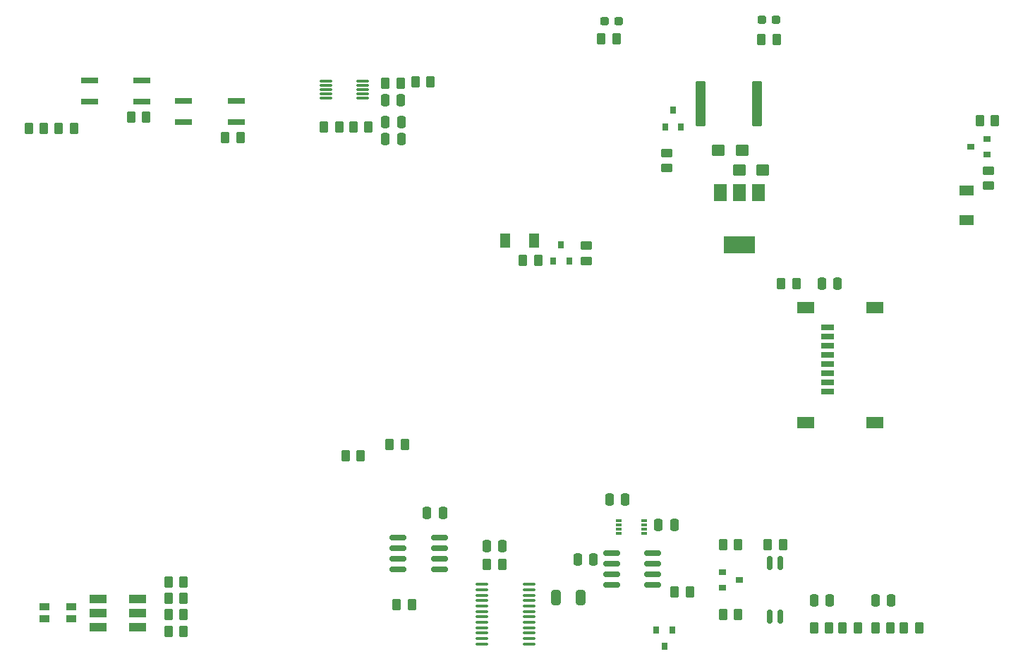
<source format=gbr>
%TF.GenerationSoftware,KiCad,Pcbnew,7.0.5-7.0.5~ubuntu20.04.1*%
%TF.CreationDate,2023-06-23T08:30:09+02:00*%
%TF.ProjectId,ControllerCircuit,436f6e74-726f-46c6-9c65-724369726375,rev?*%
%TF.SameCoordinates,Original*%
%TF.FileFunction,Paste,Top*%
%TF.FilePolarity,Positive*%
%FSLAX46Y46*%
G04 Gerber Fmt 4.6, Leading zero omitted, Abs format (unit mm)*
G04 Created by KiCad (PCBNEW 7.0.5-7.0.5~ubuntu20.04.1) date 2023-06-23 08:30:09*
%MOMM*%
%LPD*%
G01*
G04 APERTURE LIST*
G04 Aperture macros list*
%AMRoundRect*
0 Rectangle with rounded corners*
0 $1 Rounding radius*
0 $2 $3 $4 $5 $6 $7 $8 $9 X,Y pos of 4 corners*
0 Add a 4 corners polygon primitive as box body*
4,1,4,$2,$3,$4,$5,$6,$7,$8,$9,$2,$3,0*
0 Add four circle primitives for the rounded corners*
1,1,$1+$1,$2,$3*
1,1,$1+$1,$4,$5*
1,1,$1+$1,$6,$7*
1,1,$1+$1,$8,$9*
0 Add four rect primitives between the rounded corners*
20,1,$1+$1,$2,$3,$4,$5,0*
20,1,$1+$1,$4,$5,$6,$7,0*
20,1,$1+$1,$6,$7,$8,$9,0*
20,1,$1+$1,$8,$9,$2,$3,0*%
G04 Aperture macros list end*
%ADD10RoundRect,0.249999X-0.262501X-0.450001X0.262501X-0.450001X0.262501X0.450001X-0.262501X0.450001X0*%
%ADD11RoundRect,0.250000X-0.250000X-0.475000X0.250000X-0.475000X0.250000X0.475000X-0.250000X0.475000X0*%
%ADD12RoundRect,0.150000X-0.825000X-0.150000X0.825000X-0.150000X0.825000X0.150000X-0.825000X0.150000X0*%
%ADD13RoundRect,0.237500X-0.287500X-0.237500X0.287500X-0.237500X0.287500X0.237500X-0.287500X0.237500X0*%
%ADD14R,1.700000X1.300000*%
%ADD15R,0.900000X0.800000*%
%ADD16RoundRect,0.249999X-0.450001X0.262501X-0.450001X-0.262501X0.450001X-0.262501X0.450001X0.262501X0*%
%ADD17RoundRect,0.249999X0.262501X0.450001X-0.262501X0.450001X-0.262501X-0.450001X0.262501X-0.450001X0*%
%ADD18R,0.800000X0.900000*%
%ADD19RoundRect,0.162500X-0.462500X-2.562500X0.462500X-2.562500X0.462500X2.562500X-0.462500X2.562500X0*%
%ADD20RoundRect,0.249999X-0.537501X-0.425001X0.537501X-0.425001X0.537501X0.425001X-0.537501X0.425001X0*%
%ADD21R,1.500000X2.000000*%
%ADD22R,3.800000X2.000000*%
%ADD23R,2.000000X0.640000*%
%ADD24RoundRect,0.150000X-0.150000X0.662500X-0.150000X-0.662500X0.150000X-0.662500X0.150000X0.662500X0*%
%ADD25RoundRect,0.100000X-0.637500X-0.100000X0.637500X-0.100000X0.637500X0.100000X-0.637500X0.100000X0*%
%ADD26RoundRect,0.250000X-0.262500X-0.450000X0.262500X-0.450000X0.262500X0.450000X-0.262500X0.450000X0*%
%ADD27RoundRect,0.250000X0.325000X0.650000X-0.325000X0.650000X-0.325000X-0.650000X0.325000X-0.650000X0*%
%ADD28R,1.500000X0.800000*%
%ADD29R,2.000000X1.450000*%
%ADD30R,0.800000X0.300000*%
%ADD31R,1.200000X0.950000*%
%ADD32R,2.000000X1.100000*%
%ADD33RoundRect,0.250000X0.250000X0.475000X-0.250000X0.475000X-0.250000X-0.475000X0.250000X-0.475000X0*%
%ADD34RoundRect,0.075000X-0.650000X-0.075000X0.650000X-0.075000X0.650000X0.075000X-0.650000X0.075000X0*%
%ADD35R,1.300000X1.700000*%
%ADD36RoundRect,0.250000X0.262500X0.450000X-0.262500X0.450000X-0.262500X-0.450000X0.262500X-0.450000X0*%
G04 APERTURE END LIST*
D10*
%TO.C,R4*%
X19524740Y16375000D03*
X21349740Y16375000D03*
%TD*%
D11*
%TO.C,C6*%
X57742480Y22660000D03*
X59642480Y22660000D03*
%TD*%
%TO.C,C1*%
X50568980Y26689200D03*
X52468980Y26689200D03*
%TD*%
D10*
%TO.C,R9*%
X46927500Y15670000D03*
X48752500Y15670000D03*
%TD*%
D12*
%TO.C,U5*%
X47109980Y23654200D03*
X47109980Y22384200D03*
X47109980Y21114200D03*
X47109980Y19844200D03*
X52059980Y19844200D03*
X52059980Y21114200D03*
X52059980Y22384200D03*
X52059980Y23654200D03*
%TD*%
D10*
%TO.C,R12*%
X90687500Y83475000D03*
X92512500Y83475000D03*
%TD*%
D13*
%TO.C,D3*%
X90725000Y85850000D03*
X92475000Y85850000D03*
%TD*%
D10*
%TO.C,R1*%
X19524740Y18325000D03*
X21349740Y18325000D03*
%TD*%
%TO.C,R17*%
X19524740Y14425000D03*
X21349740Y14425000D03*
%TD*%
D14*
%TO.C,D2*%
X115350000Y61820000D03*
X115350000Y65320000D03*
%TD*%
D15*
%TO.C,Q1*%
X117800000Y69650000D03*
X117800000Y71550000D03*
X115800000Y70600000D03*
%TD*%
D16*
%TO.C,R10*%
X117950000Y67762500D03*
X117950000Y65937500D03*
%TD*%
D10*
%TO.C,R11*%
X116887500Y73700000D03*
X118712500Y73700000D03*
%TD*%
D17*
%TO.C,R3*%
X93292500Y22880000D03*
X91467500Y22880000D03*
%TD*%
D10*
%TO.C,R2*%
X86087500Y14500000D03*
X87912500Y14500000D03*
%TD*%
D16*
%TO.C,R8*%
X79300000Y69862500D03*
X79300000Y68037500D03*
%TD*%
D18*
%TO.C,Q3*%
X79150000Y73000000D03*
X81050000Y73000000D03*
X80100000Y75000000D03*
%TD*%
D19*
%TO.C,F1*%
X83362500Y75760000D03*
X90150000Y75800000D03*
%TD*%
D20*
%TO.C,C4*%
X88016700Y67836000D03*
X90891700Y67836000D03*
%TD*%
%TO.C,C3*%
X85531700Y70186000D03*
X88406700Y70186000D03*
%TD*%
D21*
%TO.C,U6*%
X90374200Y65121000D03*
X88074200Y65121000D03*
D22*
X88074200Y58821000D03*
D21*
X85774200Y65121000D03*
%TD*%
D23*
%TO.C,U9*%
X27675000Y73580000D03*
X27675000Y76120000D03*
X21375000Y76120000D03*
X21375000Y73580000D03*
%TD*%
D10*
%TO.C,R18*%
X26332500Y71700000D03*
X28157500Y71700000D03*
%TD*%
D17*
%TO.C,R19*%
X59584980Y20500000D03*
X57759980Y20500000D03*
%TD*%
D10*
%TO.C,R21*%
X40787500Y33500000D03*
X42612500Y33500000D03*
%TD*%
D11*
%TO.C,C2*%
X68650000Y21100000D03*
X70550000Y21100000D03*
%TD*%
D17*
%TO.C,R24*%
X21349740Y12425000D03*
X19524740Y12425000D03*
%TD*%
D23*
%TO.C,U12*%
X16375000Y76030000D03*
X16375000Y78570000D03*
X10075000Y78570000D03*
X10075000Y76030000D03*
%TD*%
D18*
%TO.C,D8*%
X79990000Y12640000D03*
X78090000Y12640000D03*
X79040000Y10640000D03*
%TD*%
D24*
%TO.C,U2*%
X92943320Y20607000D03*
X91673320Y20607000D03*
X91673320Y14232000D03*
X92943320Y14232000D03*
%TD*%
D11*
%TO.C,C10*%
X97950000Y54150000D03*
X99850000Y54150000D03*
%TD*%
%TO.C,C7*%
X96991000Y16129000D03*
X98891000Y16129000D03*
%TD*%
D10*
%TO.C,R7*%
X100457500Y12827000D03*
X102282500Y12827000D03*
%TD*%
%TO.C,R26*%
X97008500Y12827000D03*
X98833500Y12827000D03*
%TD*%
%TO.C,R27*%
X107823500Y12827000D03*
X109648500Y12827000D03*
%TD*%
D11*
%TO.C,C11*%
X104357000Y16129000D03*
X106257000Y16129000D03*
%TD*%
D10*
%TO.C,R28*%
X104374500Y12827000D03*
X106199500Y12827000D03*
%TD*%
D25*
%TO.C,U3*%
X57137500Y18075000D03*
X57137500Y17425000D03*
X57137500Y16775000D03*
X57137500Y16125000D03*
X57137500Y15475000D03*
X57137500Y14825000D03*
X57137500Y14175000D03*
X57137500Y13525000D03*
X57137500Y12875000D03*
X57137500Y12225000D03*
X57137500Y11575000D03*
X57137500Y10925000D03*
X62862500Y10925000D03*
X62862500Y11575000D03*
X62862500Y12225000D03*
X62862500Y12875000D03*
X62862500Y13525000D03*
X62862500Y14175000D03*
X62862500Y14825000D03*
X62862500Y15475000D03*
X62862500Y16125000D03*
X62862500Y16775000D03*
X62862500Y17425000D03*
X62862500Y18075000D03*
%TD*%
D15*
%TO.C,Q4*%
X86020000Y19575000D03*
X86020000Y17675000D03*
X88020000Y18625000D03*
%TD*%
D26*
%TO.C,R20*%
X86087500Y22880000D03*
X87912500Y22880000D03*
%TD*%
D27*
%TO.C,C5*%
X68975000Y16500000D03*
X66025000Y16500000D03*
%TD*%
D26*
%TO.C,R29*%
X46087500Y34900000D03*
X47912500Y34900000D03*
%TD*%
D28*
%TO.C,J15*%
X98600000Y41195000D03*
X98600000Y42295000D03*
X98600000Y43395000D03*
X98600000Y44495000D03*
X98600000Y45595000D03*
X98600000Y46695000D03*
X98600000Y47795000D03*
X98600000Y48895000D03*
D29*
X96000000Y37525000D03*
X104300000Y37525000D03*
X104300000Y51275000D03*
X96000000Y51275000D03*
%TD*%
D11*
%TO.C,C9*%
X78350000Y25200000D03*
X80250000Y25200000D03*
%TD*%
D30*
%TO.C,U1*%
X73550000Y25730000D03*
X73550000Y25230000D03*
X73550000Y24730000D03*
X73550000Y24230000D03*
X76650000Y24230000D03*
X76650000Y24730000D03*
X76650000Y25230000D03*
X76650000Y25730000D03*
%TD*%
D12*
%TO.C,U7*%
X72725000Y21805000D03*
X72725000Y20535000D03*
X72725000Y19265000D03*
X72725000Y17995000D03*
X77675000Y17995000D03*
X77675000Y19265000D03*
X77675000Y20535000D03*
X77675000Y21805000D03*
%TD*%
D17*
%TO.C,R6*%
X82112500Y17200000D03*
X80287500Y17200000D03*
%TD*%
D11*
%TO.C,C8*%
X72450000Y28300000D03*
X74350000Y28300000D03*
%TD*%
D31*
%TO.C,D6*%
X4650000Y13975000D03*
X4650000Y15425000D03*
X7850000Y15425000D03*
X7850000Y13975000D03*
%TD*%
D32*
%TO.C,D1*%
X15875000Y12925000D03*
X15875000Y14625000D03*
X15875000Y16325000D03*
X11075000Y16325000D03*
X11075000Y14625000D03*
X11075000Y12925000D03*
%TD*%
D26*
%TO.C,R22*%
X93087500Y54180000D03*
X94912500Y54180000D03*
%TD*%
D10*
%TO.C,R16*%
X2762500Y72775000D03*
X4587500Y72775000D03*
%TD*%
D17*
%TO.C,R5*%
X8216200Y72775000D03*
X6391200Y72775000D03*
%TD*%
D10*
%TO.C,R25*%
X15032500Y74150000D03*
X16857500Y74150000D03*
%TD*%
D33*
%TO.C,C14*%
X47490000Y71535000D03*
X45590000Y71535000D03*
%TD*%
%TO.C,C13*%
X47490000Y73585000D03*
X45590000Y73585000D03*
%TD*%
D11*
%TO.C,C12*%
X45540000Y76210000D03*
X47440000Y76210000D03*
%TD*%
D26*
%TO.C,R30*%
X49177500Y78360000D03*
X51002500Y78360000D03*
%TD*%
%TO.C,R23*%
X45577500Y78260000D03*
X47402500Y78260000D03*
%TD*%
D34*
%TO.C,U8*%
X38465000Y78435000D03*
X38465000Y77935000D03*
X38465000Y77435000D03*
X38465000Y76935000D03*
X38465000Y76435000D03*
X42865000Y76435000D03*
X42865000Y76935000D03*
X42865000Y77435000D03*
X42865000Y77935000D03*
X42865000Y78435000D03*
%TD*%
D18*
%TO.C,Q2*%
X65725000Y56850000D03*
X67625000Y56850000D03*
X66675000Y58850000D03*
%TD*%
D17*
%TO.C,R14*%
X63887500Y57000000D03*
X62062500Y57000000D03*
%TD*%
D16*
%TO.C,R15*%
X69725000Y58742500D03*
X69725000Y56917500D03*
%TD*%
D13*
%TO.C,D4*%
X71850000Y85675000D03*
X73600000Y85675000D03*
%TD*%
D35*
%TO.C,D5*%
X59925000Y59300000D03*
X63425000Y59300000D03*
%TD*%
D10*
%TO.C,R13*%
X71462500Y83525000D03*
X73287500Y83525000D03*
%TD*%
D36*
%TO.C,R31*%
X43547500Y72990000D03*
X41722500Y72990000D03*
%TD*%
%TO.C,R32*%
X40042500Y72980000D03*
X38217500Y72980000D03*
%TD*%
M02*

</source>
